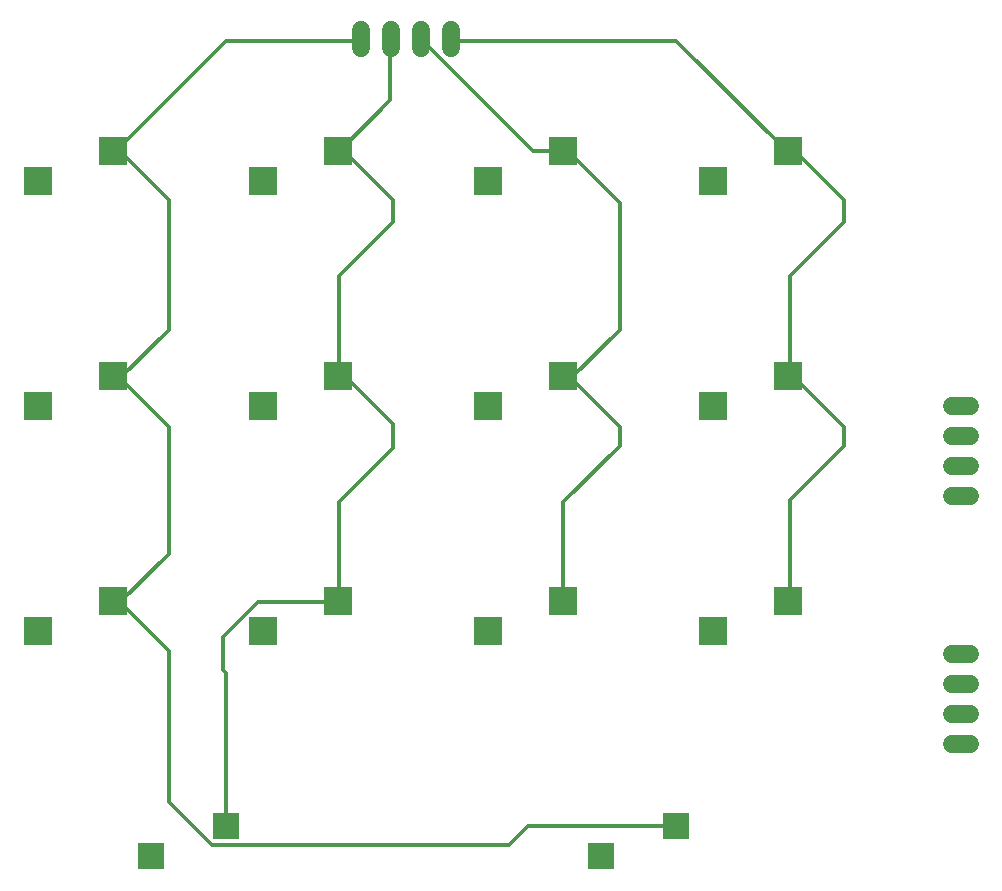
<source format=gtl>
G04 EAGLE Gerber RS-274X export*
G75*
%MOIN*%
%FSLAX36Y36*%
%LPD*%
%INTop Copper Layer*%
%IPPOS*%
%AMOC8*
5,1,8,0,0,1.08239X$1,22.5*%
G01*
%ADD10C,0.060000*%
%ADD11R,0.094488X0.094488*%
%ADD12R,0.088583X0.088583*%
%ADD13C,0.012000*%


D10*
X1650000Y3330000D02*
X1650000Y3270000D01*
X1550000Y3270000D02*
X1550000Y3330000D01*
X1450000Y3330000D02*
X1450000Y3270000D01*
X1350000Y3270000D02*
X1350000Y3330000D01*
D11*
X275000Y2825000D03*
X525000Y2925000D03*
X2525000Y2075000D03*
X2775000Y2175000D03*
X2525000Y1325000D03*
X2775000Y1425000D03*
X2525000Y2825000D03*
X2775000Y2925000D03*
X275000Y2075000D03*
X525000Y2175000D03*
X275000Y1325000D03*
X525000Y1425000D03*
X1025000Y2825000D03*
X1275000Y2925000D03*
X1025000Y2075000D03*
X1275000Y2175000D03*
X1025000Y1325000D03*
X1275000Y1425000D03*
X1775000Y2825000D03*
X2025000Y2925000D03*
X1775000Y2075000D03*
X2025000Y2175000D03*
X1775000Y1325000D03*
X2025000Y1425000D03*
D12*
X2150000Y575000D03*
X2400000Y675000D03*
X650000Y575000D03*
X900000Y675000D03*
D10*
X3320000Y1775000D02*
X3380000Y1775000D01*
X3380000Y1875000D02*
X3320000Y1875000D01*
X3320000Y1975000D02*
X3380000Y1975000D01*
X3380000Y2075000D02*
X3320000Y2075000D01*
X3320000Y950000D02*
X3380000Y950000D01*
X3380000Y1050000D02*
X3320000Y1050000D01*
X3320000Y1150000D02*
X3380000Y1150000D01*
X3380000Y1250000D02*
X3320000Y1250000D01*
D13*
X3350000Y2075000D02*
X3348000Y2079000D01*
X1350000Y3294000D02*
X900000Y3294000D01*
X540000Y2934000D02*
X531000Y2925000D01*
X540000Y2934000D02*
X900000Y3294000D01*
X1350000Y3294000D02*
X1350000Y3300000D01*
X531000Y2925000D02*
X525000Y2925000D01*
X1908000Y675000D02*
X2400000Y675000D01*
X1908000Y675000D02*
X1845000Y612000D01*
X855000Y612000D01*
X711000Y756000D01*
X711000Y1260000D01*
X549000Y1422000D01*
X531000Y1422000D01*
X525000Y1425000D01*
X531000Y2169000D02*
X549000Y2169000D01*
X711000Y2007000D01*
X711000Y1584000D01*
X549000Y1422000D01*
X531000Y2169000D02*
X525000Y2175000D01*
X525000Y1425000D02*
X549000Y1422000D01*
X711000Y2763000D02*
X540000Y2934000D01*
X711000Y2763000D02*
X711000Y2331000D01*
X549000Y2169000D01*
X525000Y2925000D02*
X540000Y2934000D01*
X525000Y2175000D02*
X549000Y2169000D01*
X900000Y1188000D02*
X900000Y675000D01*
X900000Y1188000D02*
X891000Y1197000D01*
X891000Y1305000D01*
X1008000Y1422000D01*
X1269000Y1422000D01*
X1275000Y1425000D01*
X1449000Y3096000D02*
X1449000Y3294000D01*
X1287000Y2934000D02*
X1278000Y2925000D01*
X1287000Y2934000D02*
X1449000Y3096000D01*
X1449000Y3294000D02*
X1450000Y3300000D01*
X1278000Y2925000D02*
X1275000Y2925000D01*
X1278000Y2511000D02*
X1278000Y2178000D01*
X1278000Y2511000D02*
X1458000Y2691000D01*
X1458000Y2763000D01*
X1287000Y2934000D01*
X1278000Y2178000D02*
X1275000Y2175000D01*
X1275000Y2925000D02*
X1287000Y2934000D01*
X1278000Y1755000D02*
X1278000Y1431000D01*
X1278000Y1755000D02*
X1458000Y1935000D01*
X1458000Y2016000D01*
X1305000Y2169000D01*
X1278000Y2169000D01*
X1278000Y1431000D02*
X1275000Y1425000D01*
X1278000Y2169000D02*
X1275000Y2175000D01*
X1926000Y2925000D02*
X1557000Y3294000D01*
X1926000Y2925000D02*
X2025000Y2925000D01*
X1557000Y3294000D02*
X1550000Y3300000D01*
X2025000Y1755000D02*
X2025000Y1425000D01*
X2025000Y1755000D02*
X2214000Y1944000D01*
X2214000Y2007000D01*
X2052000Y2169000D01*
X2025000Y2169000D01*
X2025000Y2175000D01*
X2025000Y2925000D02*
X2043000Y2925000D01*
X2214000Y2754000D01*
X2214000Y2331000D01*
X2052000Y2169000D01*
X2025000Y2175000D01*
X2781000Y1764000D02*
X2781000Y1431000D01*
X2781000Y1764000D02*
X2961000Y1944000D01*
X2961000Y2007000D01*
X2799000Y2169000D01*
X2781000Y2169000D01*
X2781000Y1431000D02*
X2775000Y1425000D01*
X2781000Y2169000D02*
X2775000Y2175000D01*
X2403000Y3294000D02*
X1656000Y3294000D01*
X2403000Y3294000D02*
X2772000Y2925000D01*
X1656000Y3294000D02*
X1650000Y3300000D01*
X2772000Y2925000D02*
X2775000Y2925000D01*
X2781000Y2511000D02*
X2781000Y2178000D01*
X2781000Y2511000D02*
X2961000Y2691000D01*
X2961000Y2763000D01*
X2799000Y2925000D01*
X2775000Y2925000D01*
X2781000Y2178000D02*
X2775000Y2175000D01*
M02*

</source>
